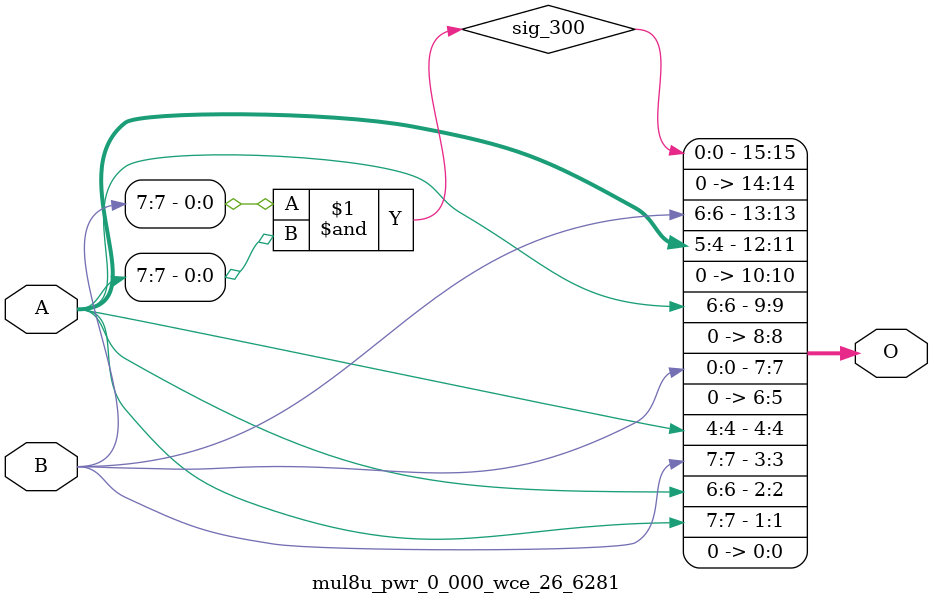
<source format=v>
/***
* This code is a part of ApproxLib library (ehw.fit.vutbr.cz/approxlib) distributed under a XXXX public license.
* When used, please cite the following article: tbd 
* This file is pareto optimal sub-set in the pdk45_pwr and wce% parameters
***/

module mul8u_pwr_0_000_wce_26_6281 (
    A,
    B,
    O
);

input [7:0] A;
input [7:0] B;
output [15:0] O;

wire sig_300;

assign sig_300 = B[7] & A[7]; //1 

assign O[15] = sig_300;
assign O[14] = 1'b0;
assign O[13] = B[6];
assign O[12] = A[5];
assign O[11] = A[4];
assign O[10] = 1'b0;
assign O[9] = A[6];
assign O[8] = 1'b0;
assign O[7] = B[0];
assign O[6] = 1'b0;
assign O[5] = 1'b0;
assign O[4] = A[4];
assign O[3] = B[7];
assign O[2] = A[6];
assign O[1] = A[7];
assign O[0] = 1'b0;

endmodule



// internal reference: cgp-approx14.08.mul8u_pwr_0_000_wce_26_6281


</source>
